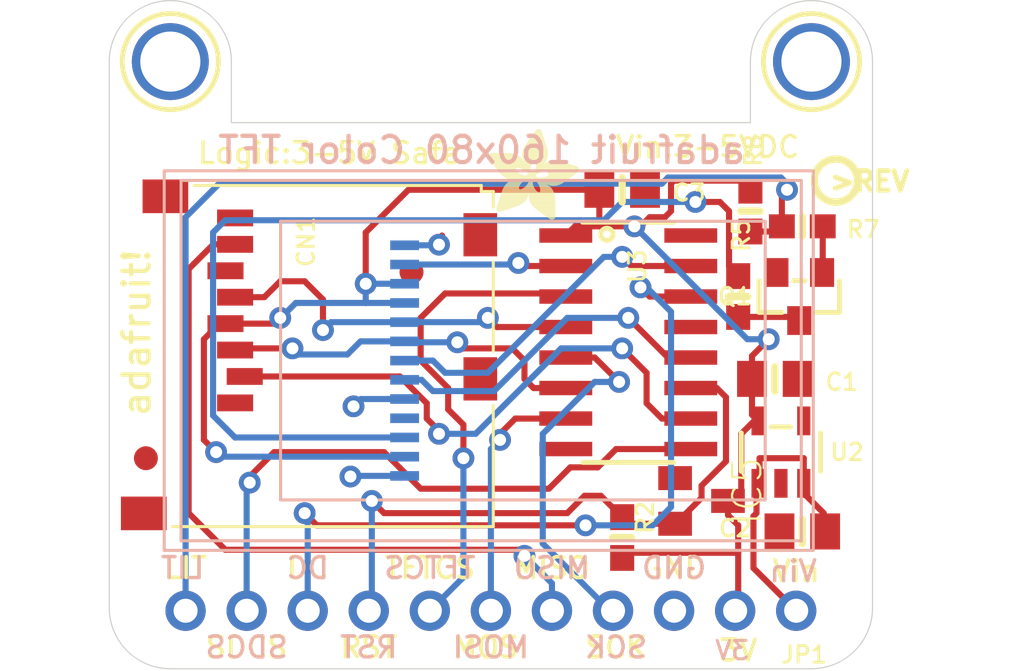
<source format=kicad_pcb>
(kicad_pcb (version 20211014) (generator pcbnew)
  (layers (0 "F.Cu" signal) (31 "B.Cu" signal) (34 "B.Paste" user) (35 "F.Paste" user) (36 "B.SilkS" user "B.Silkscreen") (37 "F.SilkS" user "F.Silkscreen") (38 "B.Mask" user) (39 "F.Mask" user) (44 "Edge.Cuts" user))
  (net 0 "")
  (net 1 "GND")
  (net 2 "3.3V")
  (net 3 "TFTCS_3V")
  (net 4 "SCK")
  (net 5 "MOSI")
  (net 6 "DC")
  (net 7 "SCK_3V")
  (net 8 "~{TFTRST_3V}")
  (net 9 "DC_3V")
  (net 10 "VIN")
  (net 11 "SDCS")
  (net 12 "N$1")
  (net 13 "LED_K")
  (net 14 "N$5")
  (net 15 "MISO_3V")
  (net 16 "MOSI_3V")
  (net 17 "SDCS_3V")
  (net 18 "~{TFTRST}")
  (net 19 "BACKLIGHT")
  (net 20 "TFTCS")
  (footprint "boardEagle:SOIC16" (layer "F.Cu") (at 154.2161 105.3211 -90)
    (fp_text reference "U3" (at -3.937 -0.381 90) (layer "F.SilkS") (effects (font (size 0.692831 0.692831) (thickness 0.119969)) (justify right)))
    (fp_text value "74HC4050D")
    (pad "1" smd rect (at -4.445 2.6 270) (size 0.6 2.2) (layers "F.Cu" "F.Paste" "F.Mask") (net 2 "3.3V"))
    (pad "2" smd rect (at -3.175 2.6 270) (size 0.6 2.2) (layers "F.Cu" "F.Paste" "F.Mask") (net 3 "TFTCS_3V"))
    (pad "3" smd rect (at -1.905 2.6 270) (size 0.6 2.2) (layers "F.Cu" "F.Paste" "F.Mask") (net 20 "TFTCS"))
    (pad "4" smd rect (at -0.635 2.6 270) (size 0.6 2.2) (layers "F.Cu" "F.Paste" "F.Mask") (net 7 "SCK_3V"))
    (pad "5" smd rect (at 0.635 2.6 270) (size 0.6 2.2) (layers "F.Cu" "F.Paste" "F.Mask") (net 4 "SCK"))
    (pad "6" smd rect (at 1.905 2.6 270) (size 0.6 2.2) (layers "F.Cu" "F.Paste" "F.Mask") (net 16 "MOSI_3V"))
    (pad "7" smd rect (at 3.175 2.6 270) (size 0.6 2.2) (layers "F.Cu" "F.Paste" "F.Mask") (net 5 "MOSI"))
    (pad "8" smd rect (at 4.445 2.6 270) (size 0.6 2.2) (layers "F.Cu" "F.Paste" "F.Mask") (net 1 "GND"))
    (pad "9" smd rect (at 4.445 -2.6 270) (size 0.6 2.2) (layers "F.Cu" "F.Paste" "F.Mask") (net 11 "SDCS"))
    (pad "10" smd rect (at 3.175 -2.6 270) (size 0.6 2.2) (layers "F.Cu" "F.Paste" "F.Mask") (net 17 "SDCS_3V"))
    (pad "11" smd rect (at 1.905 -2.6 270) (size 0.6 2.2) (layers "F.Cu" "F.Paste" "F.Mask") (net 18 "~{TFTRST}"))
    (pad "12" smd rect (at 0.635 -2.6 270) (size 0.6 2.2) (layers "F.Cu" "F.Paste" "F.Mask") (net 8 "~{TFTRST_3V}"))
    (pad "13" smd rect (at -0.635 -2.6 270) (size 0.6 2.2) (layers "F.Cu" "F.Paste" "F.Mask"))
    (pad "14" smd rect (at -1.905 -2.6 270) (size 0.6 2.2) (layers "F.Cu" "F.Paste" "F.Mask") (net 6 "DC"))
    (pad "15" smd rect (at -3.175 -2.6 270) (size 0.6 2.2) (layers "F.Cu" "F.Paste" "F.Mask") (net 9 "DC_3V"))
    (pad "16" smd rect (at -4.445 -2.6 270) (size 0.6 2.2) (layers "F.Cu" "F.Paste" "F.Mask"))
  )
  (footprint "boardEagle:0603-NO" (layer "F.Cu") (at 159.2961 99.8601 90)
    (fp_text reference "R8" (at 1.778 0.127 90) (layer "F.SilkS") (effects (font (size 0.692831 0.692831) (thickness 0.119969)) (justify left)))
    (fp_text value "10K")
    (pad "1" smd rect (at -0.85 0 90) (size 1.075 1) (layers "F.Cu" "F.Paste" "F.Mask") (net 19 "BACKLIGHT"))
    (pad "2" smd rect (at 0.85 0 90) (size 1.075 1) (layers "F.Cu" "F.Paste" "F.Mask") (net 2 "3.3V"))
  )
  (footprint "boardEagle:FIDUCIAL_1MM" (layer "F.Cu") (at 134.1501 110.1471)
    (fp_text reference "FID1" hide)
    (fp_text value "FIDUCIAL_1MM" hide)
    (pad "1" smd roundrect (at 0 0) (size 1 1) (layers "F.Cu" "F.Mask") (roundrect_rratio 0.5))
  )
  (footprint "" (layer "F.Cu") (at 135.1661 96.1771)
    (fp_text reference "@HOLE2" hide)
    (fp_text value "" (at 0 0) (layer "F.SilkS") (effects (font (size 1.27 1.27))))
    (pad "" np_thru_hole circle (at 0 0) (size 0.6 0.6) (drill 0.6) (layers *.Cu *.Mask))
  )
  (footprint "" (layer "F.Cu") (at 136.9441 96.1771)
    (fp_text reference "@HOLE0" hide)
    (fp_text value "" (at 0 0) (layer "F.SilkS") (effects (font (size 1.27 1.27))))
    (pad "" np_thru_hole circle (at 0 0) (size 0.6 0.6) (drill 0.6) (layers *.Cu *.Mask))
  )
  (footprint "" (layer "F.Cu") (at 133.3881 96.1771)
    (fp_text reference "@HOLE4" hide)
    (fp_text value "" (at 0 0) (layer "F.SilkS") (effects (font (size 1.27 1.27))))
    (pad "" np_thru_hole circle (at 0 0) (size 0.6 0.6) (drill 0.6) (layers *.Cu *.Mask))
  )
  (footprint "boardEagle:0805-NO" (layer "F.Cu") (at 160.3121 106.8451)
    (fp_text reference "C1" (at 2.032 0.127) (layer "F.SilkS") (effects (font (size 0.692831 0.692831) (thickness 0.119969)) (justify left)))
    (fp_text value "10µF")
    (pad "1" smd rect (at -0.95 0) (size 1.24 1.5) (layers "F.Cu" "F.Paste" "F.Mask") (net 2 "3.3V"))
    (pad "2" smd rect (at 0.95 0) (size 1.24 1.5) (layers "F.Cu" "F.Paste" "F.Mask") (net 1 "GND"))
  )
  (footprint "" (layer "F.Cu") (at 160.0581 96.1771)
    (fp_text reference "@HOLE9" hide)
    (fp_text value "" (at 0 0) (layer "F.SilkS") (effects (font (size 1.27 1.27))))
    (pad "" np_thru_hole circle (at 0 0) (size 0.6 0.6) (drill 0.6) (layers *.Cu *.Mask))
  )
  (footprint "" (layer "F.Cu") (at 136.0551 96.1771)
    (fp_text reference "@HOLE1" hide)
    (fp_text value "" (at 0 0) (layer "F.SilkS") (effects (font (size 1.27 1.27))))
    (pad "" np_thru_hole circle (at 0 0) (size 0.6 0.6) (drill 0.6) (layers *.Cu *.Mask))
  )
  (footprint "" (layer "F.Cu") (at 160.9471 96.1771)
    (fp_text reference "@HOLE8" hide)
    (fp_text value "" (at 0 0) (layer "F.SilkS") (effects (font (size 1.27 1.27))))
    (pad "" np_thru_hole circle (at 0 0) (size 0.6 0.6) (drill 0.6) (layers *.Cu *.Mask))
  )
  (footprint "" (layer "F.Cu") (at 162.7251 96.1771)
    (fp_text reference "@HOLE6" hide)
    (fp_text value "" (at 0 0) (layer "F.SilkS") (effects (font (size 1.27 1.27))))
    (pad "" np_thru_hole circle (at 0 0) (size 0.6 0.6) (drill 0.6) (layers *.Cu *.Mask))
  )
  (footprint "boardEagle:MOUNTINGHOLE_2.5_PLATED" (layer "F.Cu") (at 161.8361 93.6371)
    (fp_text reference "U$10" hide)
    (fp_text value "MOUNTINGHOLE2.5" hide)
    (pad "P$1" thru_hole circle (at 0 0) (size 3.2 3.2) (drill 2.5) (layers *.Cu *.Mask))
  )
  (footprint "boardEagle:0603-NO" (layer "F.Cu") (at 153.9621 113.4491 -90)
    (fp_text reference "R2" (at -1.5875 -0.9525 90) (layer "F.SilkS") (effects (font (size 0.692831 0.692831) (thickness 0.119969)) (justify right)))
    (fp_text value "10K")
    (pad "1" smd rect (at -0.85 0 270) (size 1.075 1) (layers "F.Cu" "F.Paste" "F.Mask") (net 18 "~{TFTRST}"))
    (pad "2" smd rect (at 0.85 0 270) (size 1.075 1) (layers "F.Cu" "F.Paste" "F.Mask") (net 2 "3.3V"))
  )
  (footprint "" (layer "F.Cu") (at 134.2771 96.1771)
    (fp_text reference "@HOLE3" hide)
    (fp_text value "" (at 0 0) (layer "F.SilkS") (effects (font (size 1.27 1.27))))
    (pad "" np_thru_hole circle (at 0 0) (size 0.6 0.6) (drill 0.6) (layers *.Cu *.Mask))
  )
  (footprint "boardEagle:0805-NO" (layer "F.Cu") (at 161.4551 113.1951 180)
    (fp_text reference "C2" (at 2.032 0.127) (layer "F.SilkS") (effects (font (size 0.692831 0.692831) (thickness 0.119969)) (justify right)))
    (fp_text value "10µF")
    (pad "1" smd rect (at -0.95 0 180) (size 1.24 1.5) (layers "F.Cu" "F.Paste" "F.Mask") (net 10 "VIN"))
    (pad "2" smd rect (at 0.95 0 180) (size 1.24 1.5) (layers "F.Cu" "F.Paste" "F.Mask") (net 1 "GND"))
  )
  (footprint "boardEagle:SOT23-5" (layer "F.Cu") (at 160.5661 109.8931)
    (fp_text reference "U2" (at 1.978 0) (layer "F.SilkS") (effects (font (size 0.692831 0.692831) (thickness 0.119969)) (justify left)))
    (fp_text value "MIC5225-3.3")
    (pad "1" smd rect (at -0.95 1.3001) (size 0.55 1.2) (layers "F.Cu" "F.Paste" "F.Mask") (net 10 "VIN"))
    (pad "2" smd rect (at 0 1.3001) (size 0.55 1.2) (layers "F.Cu" "F.Paste" "F.Mask") (net 1 "GND"))
    (pad "3" smd rect (at 0.95 1.3001) (size 0.55 1.2) (layers "F.Cu" "F.Paste" "F.Mask") (net 10 "VIN"))
    (pad "4" smd rect (at 0.95 -1.3001) (size 0.55 1.2) (layers "F.Cu" "F.Paste" "F.Mask"))
    (pad "5" smd rect (at -0.95 -1.3001) (size 0.55 1.2) (layers "F.Cu" "F.Paste" "F.Mask") (net 2 "3.3V"))
  )
  (footprint "boardEagle:SOT23" (layer "F.Cu") (at 157.2641 111.9251 -90)
    (fp_text reference "IC5" (at -1.905 -1.905 90) (layer "F.SilkS") (effects (font (size 1.176528 1.176528) (thickness 0.093472)) (justify right)))
    (fp_text value "APX803")
    (pad "1" smd rect (at -0.95 1.1 270) (size 1 1.4) (layers "F.Cu" "F.Paste" "F.Mask") (net 1 "GND"))
    (pad "2" smd rect (at 0.95 1.1 270) (size 1 1.4) (layers "F.Cu" "F.Paste" "F.Mask") (net 18 "~{TFTRST}"))
    (pad "3" smd rect (at 0 -1.1 270) (size 1 1.4) (layers "F.Cu" "F.Paste" "F.Mask") (net 2 "3.3V"))
  )
  (footprint "boardEagle:SOT23-WIDE" (layer "F.Cu") (at 161.3281 103.4161 180)
    (fp_text reference "Q1" (at 1.905 0) (layer "F.SilkS") (effects (font (size 0.692831 0.692831) (thickness 0.119969)) (justify right)))
    (fp_text value "MMBT2222")
    (pad "1" smd rect (at -0.95 1 180) (size 1 1.2) (layers "F.Cu" "F.Paste" "F.Mask") (net 12 "N$1"))
    (pad "2" smd rect (at 0.95 1 180) (size 1 1.2) (layers "F.Cu" "F.Paste" "F.Mask") (net 1 "GND"))
    (pad "3" smd rect (at 0 -1 180) (size 1 1.2) (layers "F.Cu" "F.Paste" "F.Mask") (net 14 "N$5"))
  )
  (footprint "boardEagle:MICROSD" (layer "F.Cu") (at 148.5011 98.8441 -90)
    (fp_text reference "CN1" (at 1.18 7.69 90) (layer "F.SilkS") (effects (font (size 0.692831 0.692831) (thickness 0.119969)) (justify right)))
    (fp_text value "")
    (pad "1" smd rect (at 9 10.64 270) (size 0.7 1.5) (layers "F.Cu" "F.Paste" "F.Mask"))
    (pad "2" smd rect (at 7.9 10.24 270) (size 0.7 1.5) (layers "F.Cu" "F.Paste" "F.Mask") (net 17 "SDCS_3V"))
    (pad "3" smd rect (at 6.8 10.64 270) (size 0.7 1.5) (layers "F.Cu" "F.Paste" "F.Mask") (net 16 "MOSI_3V"))
    (pad "4" smd rect (at 5.7 11.04 270) (size 0.7 1.5) (layers "F.Cu" "F.Paste" "F.Mask") (net 2 "3.3V"))
    (pad "5" smd rect (at 4.6 10.64 270) (size 0.7 1.5) (layers "F.Cu" "F.Paste" "F.Mask") (net 7 "SCK_3V"))
    (pad "6" smd rect (at 3.5 11.04 270) (size 0.7 1.5) (layers "F.Cu" "F.Paste" "F.Mask") (net 1 "GND"))
    (pad "7" smd rect (at 2.4 10.64 270) (size 0.7 1.5) (layers "F.Cu" "F.Paste" "F.Mask") (net 15 "MISO_3V"))
    (pad "8" smd rect (at 1.3 10.64 270) (size 0.7 1.5) (layers "F.Cu" "F.Paste" "F.Mask"))
    (pad "CD1" smd rect (at 2 0.44) (size 1.4 1.8) (layers "F.Cu" "F.Paste" "F.Mask"))
    (pad "CD2" smd rect (at 8 0.44) (size 1.4 1.8) (layers "F.Cu" "F.Paste" "F.Mask"))
    (pad "MT1" smd rect (at 0.4 13.54 270) (size 1.4 1.9) (layers "F.Cu" "F.Paste" "F.Mask") (net 1 "GND"))
    (pad "MT2" smd rect (at 13.6 14.44 270) (size 1.4 1.9) (layers "F.Cu" "F.Paste" "F.Mask") (net 1 "GND"))
  )
  (footprint "boardEagle:0603-NO" (layer "F.Cu") (at 161.4551 100.4951)
    (fp_text reference "R7" (at 1.778 0.127) (layer "F.SilkS") (effects (font (size 0.692831 0.692831) (thickness 0.119969)) (justify left)))
    (fp_text value "1K")
    (pad "1" smd rect (at -0.85 0) (size 1.075 1) (layers "F.Cu" "F.Paste" "F.Mask") (net 19 "BACKLIGHT"))
    (pad "2" smd rect (at 0.85 0) (size 1.075 1) (layers "F.Cu" "F.Paste" "F.Mask") (net 12 "N$1"))
  )
  (footprint "boardEagle:PCBFEAT-REV-040" (layer "F.Cu") (at 162.8521 98.5901)
    (fp_text reference "U$6" hide)
    (fp_text value "" hide)
    (fp_text user ">REV" (at -0.3556 0.508) (layer "F.SilkS") (effects (font (size 0.8128 0.8128) (thickness 0.2032)) (justify left bottom)))
  )
  (footprint "boardEagle:FIDUCIAL_1MM" (layer "F.Cu") (at 145.1991 102.4001)
    (fp_text reference "FID2" hide)
    (fp_text value "FIDUCIAL_1MM" hide)
    (pad "1" smd roundrect (at 0 0) (size 1 1) (layers "F.Cu" "F.Mask") (roundrect_rratio 0.5))
  )
  (footprint "boardEagle:1X11_ROUND" (layer "F.Cu") (at 148.5011 116.4971 180)
    (fp_text reference "JP1" (at -14.0462 -1.8288) (layer "F.SilkS") (effects (font (size 0.692831 0.692831) (thickness 0.119969)) (justify right)))
    (fp_text value "")
    (pad "1" thru_hole circle (at -12.7 0 270) (size 1.6764 1.6764) (drill 1) (layers *.Cu *.Mask) (net 10 "VIN"))
    (pad "2" thru_hole circle (at -10.16 0 270) (size 1.6764 1.6764) (drill 1) (layers *.Cu *.Mask) (net 2 "3.3V"))
    (pad "3" thru_hole circle (at -7.62 0 270) (size 1.6764 1.6764) (drill 1) (layers *.Cu *.Mask) (net 1 "GND"))
    (pad "4" thru_hole circle (at -5.08 0 270) (size 1.6764 1.6764) (drill 1) (layers *.Cu *.Mask) (net 4 "SCK"))
    (pad "5" thru_hole circle (at -2.54 0 270) (size 1.6764 1.6764) (drill 1) (layers *.Cu *.Mask) (net 15 "MISO_3V"))
    (pad "6" thru_hole circle (at 0 0 270) (size 1.6764 1.6764) (drill 1) (layers *.Cu *.Mask) (net 5 "MOSI"))
    (pad "7" thru_hole circle (at 2.54 0 270) (size 1.6764 1.6764) (drill 1) (layers *.Cu *.Mask) (net 20 "TFTCS"))
    (pad "8" thru_hole circle (at 5.08 0 270) (size 1.6764 1.6764) (drill 1) (layers *.Cu *.Mask) (net 18 "~{TFTRST}"))
    (pad "9" thru_hole circle (at 7.62 0 270) (size 1.6764 1.6764) (drill 1) (layers *.Cu *.Mask) (net 6 "DC"))
    (pad "10" thru_hole circle (at 10.16 0 270) (size 1.6764 1.6764) (drill 1) (layers *.Cu *.Mask) (net 11 "SDCS"))
    (pad "11" thru_hole circle (at 12.7 0 270) (size 1.6764 1.6764) (drill 1) (layers *.Cu *.Mask) (net 19 "BACKLIGHT"))
  )
  (footprint "boardEagle:ADAFRUIT_3.5MM" (layer "F.Cu") (at 148.3741 100.2411)
    (fp_text reference "U$4" hide)
    (fp_text value "MICROSD" hide)
  )
  (footprint "boardEagle:0805-NO" (layer "F.Cu") (at 153.9621 98.9711)
    (fp_text reference "C3" (at 2.032 0.127) (layer "F.SilkS") (effects (font (size 0.692831 0.692831) (thickness 0.119969)) (justify left)))
    (fp_text value "0.1uF")
    (pad "1" smd rect (at -0.95 0) (size 1.24 1.5) (layers "F.Cu" "F.Paste" "F.Mask") (net 2 "3.3V"))
    (pad "2" smd rect (at 0.95 0) (size 1.24 1.5) (layers "F.Cu" "F.Paste" "F.Mask") (net 1 "GND"))
  )
  (footprint "" (layer "F.Cu") (at 161.8361 96.1771)
    (fp_text reference "@HOLE7" hide)
    (fp_text value "" (at 0 0) (layer "F.SilkS") (effects (font (size 1.27 1.27))))
    (pad "" np_thru_hole circle (at 0 0) (size 0.6 0.6) (drill 0.6) (layers *.Cu *.Mask))
  )
  (footprint "boardEagle:MOUNTINGHOLE_2.5_PLATED" (layer "F.Cu") (at 135.1661 93.6371)
    (fp_text reference "U$9" hide)
    (fp_text value "MOUNTINGHOLE2.5" hide)
    (pad "P$1" thru_hole circle (at 0 0) (size 3.2 3.2) (drill 2.5) (layers *.Cu *.Mask))
  )
  (footprint "boardEagle:0603-NO" (layer "F.Cu") (at 158.7881 103.4161 90)
    (fp_text reference "R5" (at 1.778 0.127 90) (layer "F.SilkS") (effects (font (size 0.692831 0.692831) (thickness 0.119969)) (justify left)))
    (fp_text value "22")
    (pad "1" smd rect (at -0.85 0 90) (size 1.075 1) (layers "F.Cu" "F.Paste" "F.Mask") (net 14 "N$5"))
    (pad "2" smd rect (at 0.85 0 90) (size 1.075 1) (layers "F.Cu" "F.Paste" "F.Mask") (net 13 "LED_K"))
  )
  (footprint "" (layer "F.Cu") (at 163.6141 96.1771)
    (fp_text reference "@HOLE5" hide)
    (fp_text value "" (at 0 0) (layer "F.SilkS") (effects (font (size 1.27 1.27))))
    (pad "" np_thru_hole circle (at 0 0) (size 0.6 0.6) (drill 0.6) (layers *.Cu *.Mask))
  )
  (footprint "boardEagle:TFT_0.96IN_160X80" (layer "B.Cu") (at 134.9121 106.0831 90)
    (fp_text reference "U$2" hide)
    (fp_text value "DISP_LCD_0.9IN_160X80" hide)
    (pad "1" smd rect (at -4.8 10) (size 1.2 0.4) (layers "B.Cu" "B.Paste" "B.Mask") (net 1 "GND"))
    (pad "2" smd rect (at -4 10) (size 1.2 0.4) (layers "B.Cu" "B.Paste" "B.Mask") (net 2 "3.3V"))
    (pad "3" smd rect (at -3.2 10) (size 1.2 0.4) (layers "B.Cu" "B.Paste" "B.Mask") (net 13 "LED_K"))
    (pad "4" smd rect (at -2.4 10) (size 1.2 0.4) (layers "B.Cu" "B.Paste" "B.Mask"))
    (pad "5" smd rect (at -1.6 10) (size 1.2 0.4) (layers "B.Cu" "B.Paste" "B.Mask") (net 1 "GND"))
    (pad "6" smd rect (at -0.8 10) (size 1.2 0.4) (layers "B.Cu" "B.Paste" "B.Mask") (net 8 "~{TFTRST_3V}"))
    (pad "7" smd rect (at 0 10) (size 1.2 0.4) (layers "B.Cu" "B.Paste" "B.Mask") (net 9 "DC_3V"))
    (pad "8" smd rect (at 0.8 10) (size 1.2 0.4) (layers "B.Cu" "B.Paste" "B.Mask") (net 16 "MOSI_3V"))
    (pad "9" smd rect (at 1.6 10) (size 1.2 0.4) (layers "B.Cu" "B.Paste" "B.Mask") (net 7 "SCK_3V"))
    (pad "10" smd rect (at 2.4 10) (size 1.2 0.4) (layers "B.Cu" "B.Paste" "B.Mask") (net 2 "3.3V"))
    (pad "11" smd rect (at 3.2 10) (size 1.2 0.4) (layers "B.Cu" "B.Paste" "B.Mask") (net 2 "3.3V"))
    (pad "12" smd rect (at 4 10) (size 1.2 0.4) (layers "B.Cu" "B.Paste" "B.Mask") (net 3 "TFTCS_3V"))
    (pad "13" smd rect (at 4.8 10) (size 1.2 0.4) (layers "B.Cu" "B.Paste" "B.Mask") (net 1 "GND"))
  )
  (gr_arc (start 161.8361 91.0971) (mid 163.632151 91.841049) (end 164.3761 93.6371) (layer "Edge.Cuts") (width 0.05))
  (gr_arc (start 132.6261 93.6371) (mid 133.370049 91.841049) (end 135.1661 91.0971) (layer "Edge.Cuts") (width 0.05))
  (gr_arc (start 164.3761 116.3701) (mid 163.632151 118.166151) (end 161.8361 118.9101) (layer "Edge.Cuts") (width 0.05))
  (gr_line (start 164.3761 116.3701) (end 164.3761 93.6371) (layer "Edge.Cuts") (width 0.05))
  (gr_line (start 135.1661 118.9101) (end 161.8361 118.9101) (layer "Edge.Cuts") (width 0.05))
  (gr_arc (start 135.1661 91.0971) (mid 136.962151 91.841049) (end 137.706099 93.637101) (layer "Edge.Cuts") (width 0.05))
  (gr_line (start 159.2961 96.1771) (end 137.7061 96.1771) (layer "Edge.Cuts") (width 0.05))
  (gr_arc (start 135.1661 118.9101) (mid 133.370049 118.166151) (end 132.6261 116.3701) (layer "Edge.Cuts") (width 0.05))
  (gr_line (start 132.6261 116.3701) (end 132.6261 93.6371) (layer "Edge.Cuts") (width 0.05))
  (gr_line (start 137.7061 93.6371) (end 137.7061 96.1771) (layer "Edge.Cuts") (width 0.05))
  (gr_arc (start 159.2961 93.6371) (mid 160.040049 91.841049) (end 161.8361 91.0971) (layer "Edge.Cuts") (width 0.05))
  (gr_line (start 159.2961 93.6371) (end 159.2961 96.1771) (layer "Edge.Cuts") (width 0.05))
  (gr_text "MOSI" (at 148.5011 118.0211) (layer "B.SilkS") (effects (font (size 0.87376 0.87376) (thickness 0.14224)) (justify mirror)))
  (gr_text "adafruit 160x80 Color TFT" (at 148.1201 97.3201) (layer "B.SilkS") (effects (font (size 1.0922 1.0922) (thickness 0.1778)) (justify mirror)))
  (gr_text "RST" (at 143.4211 118.0211) (layer "B.SilkS") (effects (font (size 0.87376 0.87376) (thickness 0.14224)) (justify mirror)))
  (gr_text "LIT" (at 135.6741 114.7191) (layer "B.SilkS") (effects (font (size 0.87376 0.87376) (thickness 0.14224)) (justify mirror)))
  (gr_text "Vin" (at 161.0741 114.8461) (layer "B.SilkS") (effects (font (size 0.87376 0.87376) (thickness 0.14224)) (justify mirror)))
  (gr_text "TFTCS" (at 145.9611 114.7191) (layer "B.SilkS") (effects (font (size 0.87376 0.87376) (thickness 0.14224)) (justify mirror)))
  (gr_text "SCK" (at 153.7081 118.0211) (layer "B.SilkS") (effects (font (size 0.87376 0.87376) (thickness 0.14224)) (justify mirror)))
  (gr_text "DC" (at 140.8811 114.7191) (layer "B.SilkS") (effects (font (size 0.87376 0.87376) (thickness 0.14224)) (justify mirror)))
  (gr_text "MISO" (at 151.0411 114.7191) (layer "B.SilkS") (effects (font (size 0.87376 0.87376) (thickness 0.14224)) (justify mirror)))
  (gr_text "3V" (at 158.5341 118.1481) (layer "B.SilkS") (effects (font (size 0.76454 0.76454) (thickness 0.12446)) (justify mirror)))
  (gr_text "GND" (at 156.1211 114.7191) (layer "B.SilkS") (effects (font (size 0.87376 0.87376) (thickness 0.14224)) (justify mirror)))
  (gr_text "SDCS" (at 138.3411 118.0211) (layer "B.SilkS") (effects (font (size 0.87376 0.87376) (thickness 0.14224)) (justify mirror)))
  (gr_text "adafruit!" (at 134.4041 108.4961 90) (layer "F.SilkS") (effects (font (size 1.0922 1.0922) (thickness 0.1778)) (justify left bottom)))
  (gr_text "TFTCS" (at 145.9611 114.7191) (layer "F.SilkS") (effects (font (size 0.8636 0.8636) (thickness 0.1524))))
  (gr_text "MOSI" (at 148.5011 118.0211) (layer "F.SilkS") (effects (font (size 0.8636 0.8636) (thickness 0.1524))))
  (gr_text "MISO" (at 151.0411 114.7191) (layer "F.SilkS") (effects (font (size 0.8636 0.8636) (thickness 0.1524))))
  (gr_text "Vin:3-5VDC" (at 157.5181 97.1931) (layer "F.SilkS") (effects (font (size 0.87376 0.87376) (thickness 0.14224))))
  (gr_text "LIT" (at 135.8011 114.7191) (layer "F.SilkS") (effects (font (size 0.8636 0.8636) (thickness 0.1524))))
  (gr_text "Vin" (at 161.2011 114.8461) (layer "F.SilkS") (effects (font (size 0.8636 0.8636) (thickness 0.1524))))
  (gr_text "GND" (at 156.1211 114.7191) (layer "F.SilkS") (effects (font (size 0.8636 0.8636) (thickness 0.1524))))
  (gr_text "Logic:3-5V Safe" (at 141.7701 97.4471) (layer "F.SilkS") (effects (font (size 0.87376 0.87376) (thickness 0.14224))))
  (gr_text "RST" (at 143.4211 118.0211) (layer "F.SilkS") (effects (font (size 0.8636 0.8636) (thickness 0.1524))))
  (gr_text "DC" (at 140.8811 114.7191) (layer "F.SilkS") (effects (font (size 0.8636 0.8636) (thickness 0.1524))))
  (gr_text "SCK" (at 153.7081 118.0211) (layer "F.SilkS") (effects (font (size 0.8636 0.8636) (thickness 0.1524))))
  (gr_text "3V" (at 158.7881 118.1481) (layer "F.SilkS") (effects (font (size 0.8636 0.8636) (thickness 0.1524))))
  (gr_text "SDCS" (at 138.3411 118.0211) (layer "F.SilkS") (effects (font (size 0.8636 0.8636) (thickness 0.1524))))
  (segment (start 146.3421 101.0031) (end 146.4691 100.8761) (width 0.254) (layer "F.Cu") (net 1))
  (segment (start 146.3421 101.2571) (end 146.3421 101.0031) (width 0.254) (layer "F.Cu") (net 1))
  (via (at 146.3421 101.2571) (size 0.9064) (drill 0.5) (layers "F.Cu" "B.Cu") (net 1))
  (via (at 142.7861 107.9881) (size 0.9064) (drill 0.5) (layers "F.Cu" "B.Cu") (net 1))
  (via (at 142.6591 110.9091) (size 0.9064) (drill 0.5) (layers "F.Cu" "B.Cu") (net 1))
  (segment (start 144.9121 107.6831) (end 143.0911 107.6831) (width 0.254) (layer "B.Cu") (net 1))
  (segment (start 146.3161 101.2831) (end 146.3421 101.2571) (width 0.254) (layer "B.Cu") (net 1))
  (segment (start 143.0911 107.6831) (end 142.7861 107.9881) (width 0.254) (layer "B.Cu") (net 1))
  (segment (start 144.9121 110.8831) (end 142.6851 110.8831) (width 0.254) (layer "B.Cu") (net 1))
  (segment (start 142.6851 110.8831) (end 142.6591 110.9091) (width 0.254) (layer "B.Cu") (net 1))
  (segment (start 144.9121 101.2831) (end 146.3161 101.2831) (width 0.254) (layer "B.Cu") (net 1))
  (segment (start 159.4532 108.593) (end 158.9151 109.1311) (width 0.254) (layer "F.Cu") (net 2))
  (segment (start 154.1771 114.0841) (end 158.7881 114.0841) (width 0.254) (layer "F.Cu") (net 2))
  (segment (start 145.0721 98.9711) (end 153.0121 98.9711) (width 0.254) (layer "F.Cu") (net 2))
  (segment (start 155.1051 100.1141) (end 154.7241 100.4951) (width 0.254) (layer "F.Cu") (net 2))
  (segment (start 151.9971 100.4951) (end 153.0121 100.4951) (width 0.254) (layer "F.Cu") (net 2))
  (segment (start 158.8761 98.5901) (end 156.1211 98.5901) (width 0.254) (layer "F.Cu") (net 2))
  (segment (start 139.4991 104.5441) (end 139.7381 104.3051) (width 0.254) (layer "F.Cu") (net 2))
  (segment (start 143.2941 100.7491) (end 143.2941 102.8831) (width 0.254) (layer "F.Cu") (net 2))
  (segment (start 154.4701 100.2411) (end 154.4701 100.4951) (width 0.254) (layer "F.Cu") (net 2))
  (segment (start 136.5631 105.1941) (end 137.2131 104.5441) (width 0.254) (layer "F.Cu") (net 2))
  (segment (start 137.0711 109.8931) (end 136.5631 109.3851) (width 0.254) (layer "F.Cu") (net 2))
  (segment (start 145.0721 98.9711) (end 143.2941 100.7491) (width 0.254) (layer "F.Cu") (net 2))
  (segment (start 151.9971 100.4951) (end 151.6161 100.8761) (width 0.254) (layer "F.Cu") (net 2))
  (segment (start 153.0121 100.4951) (end 154.4701 100.4951) (width 0.254) (layer "F.Cu") (net 2))
  (segment (start 159.3621 105.8901) (end 160.0581 105.1941) (width 0.254) (layer "F.Cu") (net 2))
  (segment (start 158.3641 112.5171) (end 158.3641 111.9251) (width 0.254) (layer "F.Cu") (net 2))
  (segment (start 154.7241 100.4951) (end 154.4701 100.4951) (width 0.254) (layer "F.Cu") (net 2))
  (segment (start 158.7881 114.0841) (end 158.7881 116.3701) (width 0.254) (layer "F.Cu") (net 2))
  (segment (start 159.3621 108.339) (end 159.3621 106.8451) (width 0.254) (layer "F.Cu") (net 2))
  (segment (start 137.4611 104.5441) (end 139.4991 104.5441) (width 0.254) (layer "F.Cu") (net 2))
  (segment (start 155.9941 99.8601) (end 155.7401 100.1141) (width 0.254) (layer "F.Cu") (net 2))
  (segment (start 159.3621 106.8451) (end 159.3621 105.8901) (width 0.254) (layer "F.Cu") (net 2))
  (segment (start 158.8761 98.5901) (end 159.2961 99.0101) (width 0.254) (layer "F.Cu") (net 2))
  (segment (start 137.2131 104.5441) (end 137.4611 104.5441) (width 0.254) (layer "F.Cu") (net 2))
  (segment (start 150.9141 100.7491) (end 151.7431 100.7491) (width 0.254) (layer "F.Cu") (net 2))
  (segment (start 155.9941 98.7171) (end 155.9941 99.8601) (width 0.254) (layer "F.Cu") (net 2))
  (segment (start 155.7401 100.1141) (end 155.1051 100.1141) (width 0.254) (layer "F.Cu") (net 2))
  (segment (start 158.7881 112.9411) (end 158.7881 114.0841) (width 0.254) (layer "F.Cu") (net 2))
  (segment (start 153.0121 98.9711) (end 153.0121 100.4951) (width 0.254) (layer "F.Cu") (net 2))
  (segment (start 158.9151 109.1311) (end 158.9151 111.9251) (width 0.254) (layer "F.Cu") (net 2))
  (segment (start 151.7431 100.7491) (end 151.6161 100.8761) (width 0.254) (layer "F.Cu") (net 2))
  (segment (start 158.7881 112.9411) (end 158.3641 112.5171) (width 0.254) (layer "F.Cu") (net 2))
  (segment (start 159.4532 108.593) (end 159.6161 108.593) (width 0.254) (layer "F.Cu") (net 2))
  (segment (start 159.6161 108.593) (end 159.3621 108.339) (width 0.254) (layer "F.Cu") (net 2))
  (segment (start 156.1211 98.5901) (end 155.9941 98.7171) (width 0.254) (layer "F.Cu") (net 2))
  (segment (start 136.5631 109.3851) (end 136.5631 105.1941) (width 0.254) (layer "F.Cu") (net 2))
  (segment (start 158.9151 111.9251) (end 158.3641 111.9251) (width 0.254) (layer "F.Cu") (net 2))
  (segment (start 154.1771 114.0841) (end 153.9621 114.2991) (width 0.254) (layer "F.Cu") (net 2))
  (segment (start 158.7881 116.3701) (end 158.6611 116.4971) (width 0.254) (layer "F.Cu") (net 2))
  (via (at 143.2941 102.8831) (size 0.9064) (drill 0.5) (layers "F.Cu" "B.Cu") (net 2))
  (via (at 154.4701 100.4951) (size 0.9064) (drill 0.5) (layers "F.Cu" "B.Cu") (net 2))
  (via (at 137.0711 109.8931) (size 0.9064) (drill 0.5) (layers "F.Cu" "B.Cu") (net 2))
  (via (at 160.0581 105.1941) (size 0.9064) (drill 0.5) (layers "F.Cu" "B.Cu") (net 2))
  (via (at 139.7381 104.3051) (size 0.9064) (drill 0.5) (layers "F.Cu" "B.Cu") (net 2))
  (segment (start 139.7641 104.3051) (end 139.7381 104.3051) (width 0.254) (layer "B.Cu") (net 2))
  (segment (start 144.9121 110.0831) (end 137.2611 110.0831) (width 0.254) (layer "B.Cu") (net 2))
  (segment (start 144.9121 102.8831) (end 143.2941 102.8831) (width 0.254) (layer "B.Cu") (net 2))
  (segment (start 137.2611 110.0831) (end 137.0711 109.8931) (width 0.254) (layer "B.Cu") (net 2))
  (segment (start 159.1691 105.1941) (end 160.0581 105.1941) (width 0.254) (layer "B.Cu") (net 2))
  (segment (start 143.2941 103.6831) (end 144.9121 103.6831) (width 0.254) (layer "B.Cu") (net 2))
  (segment (start 154.4701 100.4951) (end 159.1691 105.1941) (width 0.254) (layer "B.Cu") (net 2))
  (segment (start 143.2941 102.8831) (end 143.2941 103.6831) (width 0.254) (layer "B.Cu") (net 2))
  (segment (start 140.3861 103.6831) (end 139.7641 104.3051) (width 0.254) (layer "B.Cu") (net 2))
  (segment (start 140.3861 103.6831) (end 143.2941 103.6831) (width 0.254) (layer "B.Cu") (net 2))
  (segment (start 151.6161 102.1461) (end 149.7711 102.1461) (width 0.254) (layer "F.Cu") (net 3))
  (segment (start 149.7711 102.1461) (end 149.6441 102.0191) (width 0.254) (layer "F.Cu") (net 3))
  (via (at 149.6441 102.0191) (size 0.9064) (drill 0.5) (layers "F.Cu" "B.Cu") (net 3))
  (segment (start 149.5801 102.0831) (end 149.6441 102.0191) (width 0.254) (layer "B.Cu") (net 3))
  (segment (start 144.9121 102.0831) (end 149.5801 102.0831) (width 0.254) (layer "B.Cu") (net 3))
  (segment (start 152.8191 105.9561) (end 153.8351 106.9721) (width 0.254) (layer "F.Cu") (net 4))
  (segment (start 151.6161 105.9561) (end 152.8191 105.9561) (width 0.254) (layer "F.Cu") (net 4))
  (via (at 153.8351 106.9721) (size 0.9064) (drill 0.5) (layers "F.Cu" "B.Cu") (net 4))
  (segment (start 150.6601 109.1311) (end 150.6601 113.7031) (width 0.254) (layer "B.Cu") (net 4))
  (segment (start 150.6601 113.7031) (end 153.4541 116.4971) (width 0.254) (layer "B.Cu") (net 4))
  (segment (start 153.4541 116.4971) (end 153.5811 116.4971) (width 0.254) (layer "B.Cu") (net 4))
  (segment (start 152.8191 106.9721) (end 153.8351 106.9721) (width 0.254) (layer "B.Cu") (net 4))
  (segment (start 152.8191 106.9721) (end 150.6601 109.1311) (width 0.254) (layer "B.Cu") (net 4))
  (segment (start 151.6161 108.4961) (end 149.5171 108.4961) (width 0.254) (layer "F.Cu") (net 5))
  (segment (start 149.5171 108.4961) (end 148.8821 109.1311) (width 0.254) (layer "F.Cu") (net 5))
  (segment (start 148.8821 109.1311) (end 148.8821 109.3851) (width 0.254) (layer "F.Cu") (net 5))
  (via (at 148.8821 109.3851) (size 0.9064) (drill 0.5) (layers "F.Cu" "B.Cu") (net 5))
  (segment (start 148.5011 109.7661) (end 148.5011 116.4971) (width 0.254) (layer "B.Cu") (net 5))
  (segment (start 148.8821 109.3851) (end 148.5011 109.7661) (width 0.254) (layer "B.Cu") (net 5))
  (segment (start 141.2621 112.9411) (end 140.7541 112.4331) (width 0.254) (layer "F.Cu") (net 6))
  (segment (start 155.1051 103.4161) (end 156.8161 103.4161) (width 0.254) (layer "F.Cu") (net 6))
  (segment (start 154.7241 103.0351) (end 155.1051 103.4161) (width 0.254) (layer "F.Cu") (net 6))
  (segment (start 152.4381 112.9411) (end 141.2621 112.9411) (width 0.254) (layer "F.Cu") (net 6))
  (via (at 152.4381 112.9411) (size 0.9064) (drill 0.5) (layers "F.Cu" "B.Cu") (net 6))
  (via (at 154.7241 103.0351) (size 0.9064) (drill 0.5) (layers "F.Cu" "B.Cu") (net 6))
  (via (at 140.7541 112.4331) (size 0.9064) (drill 0.5) (layers "F.Cu" "B.Cu") (net 6))
  (segment (start 155.9941 104.0511) (end 154.9781 103.0351) (width 0.254) (layer "B.Cu") (net 6))
  (segment (start 155.9941 112.1791) (end 155.9941 104.0511) (width 0.254) (layer "B.Cu") (net 6))
  (segment (start 152.4381 112.9411) (end 155.2321 112.9411) (width 0.254) (layer "B.Cu") (net 6))
  (segment (start 140.8811 112.5601) (end 140.7541 112.4331) (width 0.254) (layer "B.Cu") (net 6))
  (segment (start 140.8811 116.4971) (end 140.8811 112.5601) (width 0.254) (layer "B.Cu") (net 6))
  (segment (start 154.9781 103.0351) (end 154.7241 103.0351) (width 0.254) (layer "B.Cu") (net 6))
  (segment (start 155.2321 112.9411) (end 155.9941 112.1791) (width 0.254) (layer "B.Cu") (net 6))
  (segment (start 148.7551 104.6861) (end 151.6161 104.6861) (width 0.254) (layer "F.Cu") (net 7))
  (segment (start 139.7381 102.7811) (end 139.0751 103.4441) (width 0.254) (layer "F.Cu") (net 7))
  (segment (start 139.0751 103.4441) (end 137.8611 103.4441) (width 0.254) (layer "F.Cu") (net 7))
  (segment (start 141.5161 103.5431) (end 141.5161 104.8131) (width 0.254) (layer "F.Cu") (net 7))
  (segment (start 139.7381 102.7811) (end 140.7541 102.7811) (width 0.254) (layer "F.Cu") (net 7))
  (segment (start 140.7541 102.7811) (end 141.5161 103.5431) (width 0.254) (layer "F.Cu") (net 7))
  (segment (start 148.3741 104.3051) (end 148.7551 104.6861) (width 0.254) (layer "F.Cu") (net 7))
  (via (at 148.3741 104.3051) (size 0.9064) (drill 0.5) (layers "F.Cu" "B.Cu") (net 7))
  (via (at 141.5161 104.8131) (size 0.9064) (drill 0.5) (layers "F.Cu" "B.Cu") (net 7))
  (segment (start 141.5161 104.8131) (end 141.8461 104.4831) (width 0.254) (layer "B.Cu") (net 7))
  (segment (start 144.9121 104.4831) (end 148.1961 104.4831) (width 0.254) (layer "B.Cu") (net 7))
  (segment (start 148.1961 104.4831) (end 148.3741 104.3051) (width 0.254) (layer "B.Cu") (net 7))
  (segment (start 141.8461 104.4831) (end 144.9121 104.4831) (width 0.254) (layer "B.Cu") (net 7))
  (segment (start 155.8671 105.9561) (end 156.8161 105.9561) (width 0.254) (layer "F.Cu") (net 8))
  (segment (start 154.2161 104.3051) (end 155.8671 105.9561) (width 0.254) (layer "F.Cu") (net 8))
  (via (at 154.2161 104.3051) (size 0.9064) (drill 0.5) (layers "F.Cu" "B.Cu") (net 8))
  (segment (start 146.0881 107.3531) (end 148.6281 107.3531) (width 0.254) (layer "B.Cu") (net 8))
  (segment (start 151.6761 104.3051) (end 154.2161 104.3051) (width 0.254) (layer "B.Cu") (net 8))
  (segment (start 148.6281 107.3531) (end 151.6761 104.3051) (width 0.254) (layer "B.Cu") (net 8))
  (segment (start 145.6181 106.8831) (end 146.0881 107.3531) (width 0.254) (layer "B.Cu") (net 8))
  (segment (start 144.9121 106.8831) (end 145.6181 106.8831) (width 0.254) (layer "B.Cu") (net 8))
  (segment (start 154.3431 102.1461) (end 156.8161 102.1461) (width 0.254) (layer "F.Cu") (net 9))
  (segment (start 153.9621 101.7651) (end 154.3431 102.1461) (width 0.254) (layer "F.Cu") (net 9))
  (via (at 153.9621 101.7651) (size 0.9064) (drill 0.5) (layers "F.Cu" "B.Cu") (net 9))
  (segment (start 148.3741 106.5911) (end 153.2001 101.7651) (width 0.254) (layer "B.Cu") (net 9))
  (segment (start 153.2001 101.7651) (end 153.9621 101.7651) (width 0.254) (layer "B.Cu") (net 9))
  (segment (start 146.0881 106.0831) (end 146.5961 106.5911) (width 0.254) (layer "B.Cu") (net 9))
  (segment (start 146.5961 106.5911) (end 148.3741 106.5911) (width 0.254) (layer "B.Cu") (net 9))
  (segment (start 144.9121 106.0831) (end 146.0881 106.0831) (width 0.254) (layer "B.Cu") (net 9))
  (segment (start 161.5161 111.1932) (end 161.5161 110.1471) (width 0.254) (layer "F.Cu") (net 10))
  (segment (start 161.5161 111.1932) (end 161.5161 111.6051) (width 0.254) (layer "F.Cu") (net 10))
  (segment (start 159.4231 112.5601) (end 159.5501 112.4331) (width 0.254) (layer "F.Cu") (net 10))
  (segment (start 159.4231 114.7191) (end 161.2011 116.4971) (width 0.254) (layer "F.Cu") (net 10))
  (segment (start 162.3441 113.1341) (end 162.4051 113.1951) (width 0.254) (layer "F.Cu") (net 10))
  (segment (start 161.5161 111.6051) (end 162.3441 112.4331) (width 0.254) (layer "F.Cu") (net 10))
  (segment (start 159.5501 111.2592) (end 159.6161 111.1932) (width 0.254) (layer "F.Cu") (net 10))
  (segment (start 159.6771 110.1471) (end 161.5161 110.1471) (width 0.254) (layer "F.Cu") (net 10))
  (segment (start 159.6771 111.1322) (end 159.6161 111.1932) (width 0.254) (layer "F.Cu") (net 10))
  (segment (start 162.3441 112.4331) (end 162.3441 113.1341) (width 0.254) (layer "F.Cu") (net 10))
  (segment (start 159.4231 114.7191) (end 159.4231 112.5601) (width 0.254) (layer "F.Cu") (net 10))
  (segment (start 159.6771 110.1471) (end 159.6771 111.1322) (width 0.254) (layer "F.Cu") (net 10))
  (segment (start 159.5501 112.4331) (end 159.5501 111.2592) (width 0.254) (layer "F.Cu") (net 10))
  (segment (start 150.9141 111.4171) (end 145.5801 111.4171) (width 0.254) (layer "F.Cu") (net 11))
  (segment (start 152.9461 110.5281) (end 151.8031 110.5281) (width 0.254) (layer "F.Cu") (net 11))
  (segment (start 139.4841 109.8931) (end 138.4681 110.9091) (width 0.254) (layer "F.Cu") (net 11))
  (segment (start 144.0561 109.8931) (end 139.4841 109.8931) (width 0.254) (layer "F.Cu") (net 11))
  (segment (start 151.8031 110.5281) (end 150.9141 111.4171) (width 0.254) (layer "F.Cu") (net 11))
  (segment (start 138.4681 110.9091) (end 138.4681 111.1631) (width 0.254) (layer "F.Cu") (net 11))
  (segment (start 144.0561 109.8931) (end 145.5801 111.4171) (width 0.254) (layer "F.Cu") (net 11))
  (segment (start 153.7081 109.7661) (end 152.9461 110.5281) (width 0.254) (layer "F.Cu") (net 11))
  (segment (start 156.8161 109.7661) (end 153.7081 109.7661) (width 0.254) (layer "F.Cu") (net 11))
  (via (at 138.4681 111.1631) (size 0.9064) (drill 0.5) (layers "F.Cu" "B.Cu") (net 11))
  (segment (start 138.4681 111.1631) (end 138.3411 111.2901) (width 0.254) (layer "B.Cu") (net 11))
  (segment (start 138.3411 111.2901) (end 138.3411 116.4971) (width 0.254) (layer "B.Cu") (net 11))
  (segment (start 162.3051 102.3891) (end 162.2781 102.4161) (width 0.254) (layer "F.Cu") (net 12))
  (segment (start 162.3051 100.4951) (end 162.3051 102.3891) (width 0.254) (layer "F.Cu") (net 12))
  (segment (start 158.4071 99.8601) (end 158.4071 102.1461) (width 0.254) (layer "F.Cu") (net 13))
  (segment (start 158.4071 102.1461) (end 158.8271 102.5661) (width 0.254) (layer "F.Cu") (net 13))
  (segment (start 158.8271 102.5661) (end 158.7881 102.5661) (width 0.254) (layer "F.Cu") (net 13))
  (segment (start 157.0101 99.4791) (end 158.0261 99.4791) (width 0.254) (layer "F.Cu") (net 13))
  (segment (start 158.0261 99.4791) (end 158.4071 99.8601) (width 0.254) (layer "F.Cu") (net 13))
  (via (at 157.0101 99.4791) (size 0.9064) (drill 0.5) (layers "F.Cu" "B.Cu") (net 13))
  (segment (start 137.8581 109.2831) (end 136.9441 108.3691) (width 0.254) (layer "B.Cu") (net 13))
  (segment (start 136.9441 100.7491) (end 137.4521 100.2411) (width 0.254) (layer "B.Cu") (net 13))
  (segment (start 136.9441 108.3691) (end 136.9441 100.7491) (width 0.254) (layer "B.Cu") (net 13))
  (segment (start 144.9121 109.2831) (end 137.8581 109.2831) (width 0.254) (layer "B.Cu") (net 13))
  (segment (start 153.9621 99.4791) (end 157.0101 99.4791) (width 0.254) (layer "B.Cu") (net 13))
  (segment (start 137.4521 100.2411) (end 153.2001 100.2411) (width 0.254) (layer "B.Cu") (net 13))
  (segment (start 153.2001 100.2411) (end 153.9621 99.4791) (width 0.254) (layer "B.Cu") (net 13))
  (segment (start 161.1781 104.2661) (end 161.3281 104.4161) (width 0.254) (layer "F.Cu") (net 14))
  (segment (start 158.7881 104.2661) (end 161.1781 104.2661) (width 0.254) (layer "F.Cu") (net 14))
  (segment (start 135.9281 112.4331) (end 137.4521 113.9571) (width 0.254) (layer "F.Cu") (net 15))
  (segment (start 136.9571 101.2441) (end 137.8611 101.2441) (width 0.254) (layer "F.Cu") (net 15))
  (segment (start 149.8981 113.9571) (end 149.8981 114.2111) (width 0.254) (layer "F.Cu") (net 15))
  (segment (start 135.9281 102.2731) (end 135.9281 112.4331) (width 0.254) (layer "F.Cu") (net 15))
  (segment (start 135.9281 102.2731) (end 136.9571 101.2441) (width 0.254) (layer "F.Cu") (net 15))
  (segment (start 137.4521 113.9571) (end 149.8981 113.9571) (width 0.254) (layer "F.Cu") (net 15))
  (via (at 149.8981 114.2111) (size 0.9064) (drill 0.5) (layers "F.Cu" "B.Cu") (net 15))
  (segment (start 151.0411 115.3541) (end 149.8981 114.2111) (width 0.254) (layer "B.Cu") (net 15))
  (segment (start 151.0411 116.4971) (end 151.0411 115.3541) (width 0.254) (layer "B.Cu") (net 15))
  (segment (start 149.8981 106.0831) (end 149.8981 106.8451) (width 0.254) (layer "F.Cu") (net 16))
  (segment (start 147.3581 105.5751) (end 149.3901 105.5751) (width 0.254) (layer "F.Cu") (net 16))
  (segment (start 150.2791 107.2261) (end 151.6161 107.2261) (width 0.254) (layer "F.Cu") (net 16))
  (segment (start 147.1041 105.3211) (end 147.3581 105.5751) (width 0.254) (layer "F.Cu") (net 16))
  (segment (start 137.9301 105.5751) (end 140.2461 105.5751) (width 0.254) (layer "F.Cu") (net 16))
  (segment (start 137.8611 105.6441) (end 137.9301 105.5751) (width 0.254) (layer "F.Cu") (net 16))
  (segment (start 149.8981 106.8451) (end 150.2791 107.2261) (width 0.254) (layer "F.Cu") (net 16))
  (segment (start 149.3901 105.5751) (end 149.8981 106.0831) (width 0.254) (layer "F.Cu") (net 16))
  (via (at 147.1041 105.3211) (size 0.9064) (drill 0.5) (layers "F.Cu" "B.Cu") (net 16))
  (via (at 140.2461 105.5751) (size 0.9064) (drill 0.5) (layers "F.Cu" "B.Cu") (net 16))
  (segment (start 143.0781 105.2831) (end 144.9121 105.2831) (width 0.254) (layer "B.Cu") (net 16))
  (segment (start 144.9121 105.2831) (end 144.9501 105.3211) (width 0.254) (layer "B.Cu") (net 16))
  (segment (start 142.5321 105.8291) (end 143.0781 105.2831) (width 0.254) (layer "B.Cu") (net 16))
  (segment (start 140.2461 105.5751) (end 140.5001 105.8291) (width 0.254) (layer "B.Cu") (net 16))
  (segment (start 140.5001 105.8291) (end 142.5321 105.8291) (width 0.254) (layer "B.Cu") (net 16))
  (segment (start 144.9501 105.3211) (end 147.1041 105.3211) (width 0.254) (layer "B.Cu") (net 16))
  (segment (start 153.9621 105.5751) (end 154.9781 106.5911) (width 0.254) (layer "F.Cu") (net 17))
  (segment (start 146.3421 109.0041) (end 146.3421 109.1311) (width 0.254) (layer "F.Cu") (net 17))
  (segment (start 144.7171 106.7441) (end 138.2611 106.7441) (width 0.254) (layer "F.Cu") (net 17))
  (segment (start 145.8341 108.4961) (end 146.3421 109.0041) (width 0.254) (layer "F.Cu") (net 17))
  (segment (start 145.8341 107.8611) (end 145.8341 108.4961) (width 0.254) (layer "F.Cu") (net 17))
  (segment (start 144.7171 106.7441) (end 145.8341 107.8611) (width 0.254) (layer "F.Cu") (net 17))
  (segment (start 154.9781 106.5911) (end 154.9781 107.8611) (width 0.254) (layer "F.Cu") (net 17))
  (segment (start 155.6131 108.4961) (end 156.8161 108.4961) (width 0.254) (layer "F.Cu") (net 17))
  (segment (start 154.9781 107.8611) (end 155.6131 108.4961) (width 0.254) (layer "F.Cu") (net 17))
  (via (at 153.9621 105.5751) (size 0.9064) (drill 0.5) (layers "F.Cu" "B.Cu") (net 17))
  (via (at 146.3421 109.1311) (size 0.9064) (drill 0.5) (layers "F.Cu" "B.Cu") (net 17))
  (segment (start 151.4221 105.5751) (end 153.9621 105.5751) (width 0.254) (layer "B.Cu") (net 17))
  (segment (start 151.4221 105.5751) (end 147.8661 109.1311) (width 0.254) (layer "B.Cu") (net 17))
  (segment (start 146.3421 109.1311) (end 147.8661 109.1311) (width 0.254) (layer "B.Cu") (net 17))
  (segment (start 158.2801 110.2741) (end 157.2641 111.2901) (width 0.254) (layer "F.Cu") (net 18))
  (segment (start 144.0561 112.4331) (end 151.6761 112.4331) (width 0.254) (layer "F.Cu") (net 18))
  (segment (start 157.2641 111.7981) (end 156.1871 112.8751) (width 0.254) (layer "F.Cu") (net 18))
  (segment (start 157.2641 111.2901) (end 157.2641 111.7981) (width 0.254) (layer "F.Cu") (net 18))
  (segment (start 153.0731 111.7101) (end 153.9621 112.5991) (width 0.254) (layer "F.Cu") (net 18))
  (segment (start 153.9621 112.5991) (end 154.2381 112.8751) (width 0.254) (layer "F.Cu") (net 18))
  (segment (start 157.8991 107.2261) (end 158.2801 107.6071) (width 0.254) (layer "F.Cu") (net 18))
  (segment (start 152.3991 111.7101) (end 153.0731 111.7101) (width 0.254) (layer "F.Cu") (net 18))
  (segment (start 156.1871 112.8751) (end 156.1641 112.8751) (width 0.254) (layer "F.Cu") (net 18))
  (segment (start 156.7561 107.2261) (end 156.8161 107.2261) (width 0.254) (layer "F.Cu") (net 18))
  (segment (start 143.5481 111.9251) (end 144.0561 112.4331) (width 0.254) (layer "F.Cu") (net 18))
  (segment (start 158.2801 107.6071) (end 158.2801 110.2741) (width 0.254) (layer "F.Cu") (net 18))
  (segment (start 156.8161 107.2261) (end 157.8991 107.2261) (width 0.254) (layer "F.Cu") (net 18))
  (segment (start 151.6761 112.4331) (end 152.3991 111.7101) (width 0.254) (layer "F.Cu") (net 18))
  (segment (start 154.2381 112.8751) (end 156.1641 112.8751) (width 0.254) (layer "F.Cu") (net 18))
  (via (at 143.5481 111.9251) (size 0.9064) (drill 0.5) (layers "F.Cu" "B.Cu") (net 18))
  (segment (start 143.4211 116.4971) (end 143.5481 116.3701) (width 0.254) (layer "B.Cu") (net 18))
  (segment (start 143.5481 116.3701) (end 143.5481 111.9251) (width 0.254) (layer "B.Cu") (net 18))
  (segment (start 160.6051 100.4951) (end 160.6051 99.1861) (width 0.254) (layer "F.Cu") (net 19))
  (segment (start 160.6051 99.1861) (end 160.8201 98.9711) (width 0.254) (layer "F.Cu") (net 19))
  (segment (start 159.2961 100.7101) (end 160.3901 100.7101) (width 0.254) (layer "F.Cu") (net 19))
  (segment (start 160.3901 100.7101) (end 160.6051 100.4951) (width 0.254) (layer "F.Cu") (net 19))
  (via (at 160.8201 98.9711) (size 0.9064) (drill 0.5) (layers "F.Cu" "B.Cu") (net 19))
  (segment (start 155.6131 98.7171) (end 155.8671 98.4631) (width 0.254) (layer "B.Cu") (net 19))
  (segment (start 135.8011 100.1141) (end 137.1981 98.7171) (width 0.254) (layer "B.Cu") (net 19))
  (segment (start 160.5661 98.4631) (end 160.8201 98.7171) (width 0.254) (layer "B.Cu") (net 19))
  (segment (start 135.8011 116.4971) (end 135.8011 100.1141) (width 0.254) (layer "B.Cu") (net 19))
  (segment (start 155.8671 98.4631) (end 160.5661 98.4631) (width 0.254) (layer "B.Cu") (net 19))
  (segment (start 160.8201 98.7171) (end 160.8201 98.9711) (width 0.254) (layer "B.Cu") (net 19))
  (segment (start 137.1981 98.7171) (end 155.6131 98.7171) (width 0.254) (layer "B.Cu") (net 19))
  (segment (start 151.6161 103.4161) (end 151.6161 103.2891) (width 0.254) (layer "F.Cu") (net 20))
  (segment (start 146.5961 103.2891) (end 145.5801 104.3051) (width 0.254) (layer "F.Cu") (net 20))
  (segment (start 147.3581 108.7501) (end 147.3581 110.1471) (width 0.254) (layer "F.Cu") (net 20))
  (segment (start 145.5801 106.0831) (end 146.7231 107.2261) (width 0.254) (layer "F.Cu") (net 20))
  (segment (start 146.7231 108.1151) (end 147.3581 108.7501) (width 0.254) (layer "F.Cu") (net 20))
  (segment (start 146.7231 107.2261) (end 146.7231 108.1151) (width 0.254) (layer "F.Cu") (net 20))
  (segment (start 145.5801 104.3051) (end 145.5801 106.0831) (width 0.254) (layer "F.Cu") (net 20))
  (segment (start 151.6161 103.2891) (end 146.5961 103.2891) (width 0.254) (layer "F.Cu") (net 20))
  (via (at 147.3581 110.1471) (size 0.9064) (drill 0.5) (layers "F.Cu" "B.Cu") (net 20))
  (segment (start 147.3581 115.1001) (end 147.3581 110.1471) (width 0.254) (layer "B.Cu") (net 20))
  (segment (start 145.9611 116.4971) (end 147.3581 115.1001) (width 0.254) (layer "B.Cu") (net 20))
)
</source>
